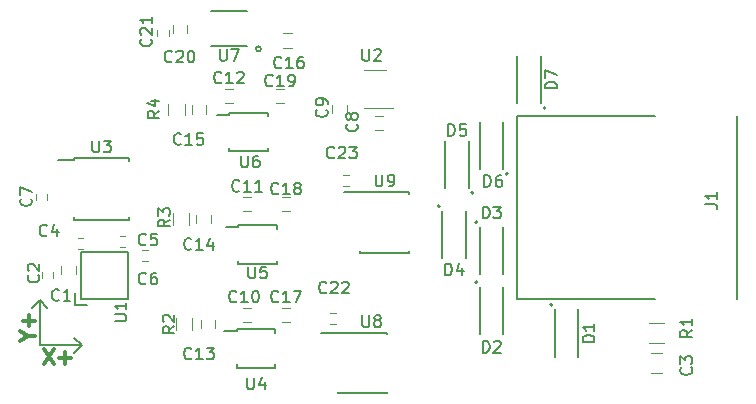
<source format=gbr>
G04 #@! TF.FileFunction,Legend,Top*
%FSLAX46Y46*%
G04 Gerber Fmt 4.6, Leading zero omitted, Abs format (unit mm)*
G04 Created by KiCad (PCBNEW 4.0.6) date 12/01/17 17:53:21*
%MOMM*%
%LPD*%
G01*
G04 APERTURE LIST*
%ADD10C,0.100000*%
%ADD11C,0.300000*%
%ADD12C,0.200000*%
%ADD13C,0.150000*%
%ADD14C,0.120000*%
G04 APERTURE END LIST*
D10*
D11*
X115031762Y-108228190D02*
X115636524Y-108228190D01*
X114366524Y-108651524D02*
X115031762Y-108228190D01*
X114366524Y-107804857D01*
X115152714Y-107381524D02*
X115152714Y-106413905D01*
X115636524Y-106897715D02*
X114668905Y-106897715D01*
X116392477Y-109286524D02*
X117239143Y-110556524D01*
X117239143Y-109286524D02*
X116392477Y-110556524D01*
X117722953Y-110072714D02*
X118690572Y-110072714D01*
X118206762Y-110556524D02*
X118206762Y-109588905D01*
D12*
X116078000Y-105156000D02*
X116713000Y-105791000D01*
X115443000Y-105791000D02*
X116078000Y-105156000D01*
X116078000Y-105156000D02*
X116078000Y-108966000D01*
X119634000Y-108966000D02*
X116078000Y-108966000D01*
X119634000Y-108966000D02*
X118999000Y-109601000D01*
X119634000Y-108966000D02*
X118999000Y-108331000D01*
D13*
X156484173Y-105093417D02*
X168164173Y-105093417D01*
X175084173Y-89593417D02*
X175084173Y-105093417D01*
X156484173Y-89593417D02*
X168164173Y-89593417D01*
X156484173Y-89593417D02*
X156484173Y-105093417D01*
D14*
X141135000Y-106210000D02*
X140635000Y-106210000D01*
X140635000Y-107150000D02*
X141135000Y-107150000D01*
D13*
X118960000Y-93133000D02*
X118960000Y-93258000D01*
X123610000Y-93133000D02*
X123610000Y-93358000D01*
X123610000Y-98383000D02*
X123610000Y-98158000D01*
X118960000Y-98383000D02*
X118960000Y-98158000D01*
X118960000Y-93133000D02*
X123610000Y-93133000D01*
X118960000Y-98383000D02*
X123610000Y-98383000D01*
X118960000Y-93258000D02*
X117610000Y-93258000D01*
D14*
X116675000Y-96643000D02*
X116675000Y-96143000D01*
X115735000Y-96143000D02*
X115735000Y-96643000D01*
X119091000Y-102278000D02*
X119091000Y-102978000D01*
X117891000Y-102978000D02*
X117891000Y-102278000D01*
X116243000Y-102747000D02*
X116243000Y-103247000D01*
X117183000Y-103247000D02*
X117183000Y-102747000D01*
X167775000Y-111340000D02*
X168775000Y-111340000D01*
X168775000Y-109640000D02*
X167775000Y-109640000D01*
X119257000Y-100800000D02*
X119757000Y-100800000D01*
X119757000Y-99860000D02*
X119257000Y-99860000D01*
X123313000Y-99733000D02*
X122813000Y-99733000D01*
X122813000Y-100673000D02*
X123313000Y-100673000D01*
X125218000Y-100876000D02*
X124718000Y-100876000D01*
X124718000Y-101816000D02*
X125218000Y-101816000D01*
X144430000Y-89570000D02*
X145130000Y-89570000D01*
X145130000Y-90770000D02*
X144430000Y-90770000D01*
X140836497Y-89325163D02*
X140836497Y-88625163D01*
X142036497Y-88625163D02*
X142036497Y-89325163D01*
X133966000Y-107026000D02*
X133266000Y-107026000D01*
X133266000Y-105826000D02*
X133966000Y-105826000D01*
X133954000Y-97628000D02*
X133254000Y-97628000D01*
X133254000Y-96428000D02*
X133954000Y-96428000D01*
X132430000Y-88484000D02*
X131730000Y-88484000D01*
X131730000Y-87284000D02*
X132430000Y-87284000D01*
X130902000Y-106850000D02*
X130902000Y-107550000D01*
X129702000Y-107550000D02*
X129702000Y-106850000D01*
X130521000Y-97948000D02*
X130521000Y-98648000D01*
X129321000Y-98648000D02*
X129321000Y-97948000D01*
X130140000Y-88677000D02*
X130140000Y-89377000D01*
X128940000Y-89377000D02*
X128940000Y-88677000D01*
X136683000Y-82585000D02*
X137383000Y-82585000D01*
X137383000Y-83785000D02*
X136683000Y-83785000D01*
X136556000Y-105826000D02*
X137256000Y-105826000D01*
X137256000Y-107026000D02*
X136556000Y-107026000D01*
X136556000Y-96428000D02*
X137256000Y-96428000D01*
X137256000Y-97628000D02*
X136556000Y-97628000D01*
X136060000Y-87284000D02*
X136760000Y-87284000D01*
X136760000Y-88484000D02*
X136060000Y-88484000D01*
X128552500Y-81831000D02*
X128552500Y-82531000D01*
X127352500Y-82531000D02*
X127352500Y-81831000D01*
X126022000Y-82300000D02*
X126022000Y-82800000D01*
X126962000Y-82800000D02*
X126962000Y-82300000D01*
X141736000Y-95466000D02*
X142236000Y-95466000D01*
X142236000Y-94526000D02*
X141736000Y-94526000D01*
D13*
X159455000Y-105550000D02*
G75*
G03X159455000Y-105550000I-100000J0D01*
G01*
X161655000Y-109950000D02*
X161655000Y-105950000D01*
X159655000Y-109950000D02*
X159655000Y-105950000D01*
X153105000Y-103645000D02*
G75*
G03X153105000Y-103645000I-100000J0D01*
G01*
X155305000Y-108045000D02*
X155305000Y-104045000D01*
X153305000Y-108045000D02*
X153305000Y-104045000D01*
X153105000Y-98565000D02*
G75*
G03X153105000Y-98565000I-100000J0D01*
G01*
X155305000Y-102965000D02*
X155305000Y-98965000D01*
X153305000Y-102965000D02*
X153305000Y-98965000D01*
X149930000Y-97221000D02*
G75*
G03X149930000Y-97221000I-100000J0D01*
G01*
X152130000Y-101621000D02*
X152130000Y-97621000D01*
X150130000Y-101621000D02*
X150130000Y-97621000D01*
X152784000Y-96073000D02*
G75*
G03X152784000Y-96073000I-100000J0D01*
G01*
X150384000Y-91673000D02*
X150384000Y-95673000D01*
X152384000Y-91673000D02*
X152384000Y-95673000D01*
X155705000Y-94475000D02*
G75*
G03X155705000Y-94475000I-100000J0D01*
G01*
X153305000Y-90075000D02*
X153305000Y-94075000D01*
X155305000Y-90075000D02*
X155305000Y-94075000D01*
X158880000Y-88887000D02*
G75*
G03X158880000Y-88887000I-100000J0D01*
G01*
X156480000Y-84487000D02*
X156480000Y-88487000D01*
X158480000Y-84487000D02*
X158480000Y-88487000D01*
D14*
X167675000Y-107070000D02*
X168875000Y-107070000D01*
X168875000Y-108830000D02*
X167675000Y-108830000D01*
X127590000Y-107700000D02*
X127590000Y-106700000D01*
X128950000Y-106700000D02*
X128950000Y-107700000D01*
X127336000Y-98798000D02*
X127336000Y-97798000D01*
X128696000Y-97798000D02*
X128696000Y-98798000D01*
X126955000Y-89527000D02*
X126955000Y-88527000D01*
X128315000Y-88527000D02*
X128315000Y-89527000D01*
D13*
X119065000Y-105583000D02*
X120065000Y-105583000D01*
X119065000Y-105583000D02*
X119065000Y-104583000D01*
X123565000Y-105083000D02*
X119565000Y-105083000D01*
X123565000Y-101083000D02*
X123565000Y-105083000D01*
X119565000Y-101083000D02*
X123565000Y-101083000D01*
X119565000Y-105083000D02*
X119565000Y-101083000D01*
D14*
X145351688Y-85692163D02*
X143551688Y-85692163D01*
X143551688Y-88912163D02*
X146001688Y-88912163D01*
D13*
X132760524Y-107633000D02*
X132760524Y-107808000D01*
X136010524Y-107633000D02*
X136010524Y-107908000D01*
X136010524Y-110883000D02*
X136010524Y-110608000D01*
X132760524Y-110883000D02*
X132760524Y-110608000D01*
X132760524Y-107633000D02*
X136010524Y-107633000D01*
X132760524Y-110883000D02*
X136010524Y-110883000D01*
X132760524Y-107808000D02*
X131685524Y-107808000D01*
X132868000Y-98832000D02*
X132868000Y-99007000D01*
X136118000Y-98832000D02*
X136118000Y-99107000D01*
X136118000Y-102082000D02*
X136118000Y-101807000D01*
X132868000Y-102082000D02*
X132868000Y-101807000D01*
X132868000Y-98832000D02*
X136118000Y-98832000D01*
X132868000Y-102082000D02*
X136118000Y-102082000D01*
X132868000Y-99007000D02*
X131793000Y-99007000D01*
X132106000Y-89307000D02*
X132106000Y-89482000D01*
X135356000Y-89307000D02*
X135356000Y-89582000D01*
X135356000Y-92557000D02*
X135356000Y-92282000D01*
X132106000Y-92557000D02*
X132106000Y-92282000D01*
X132106000Y-89307000D02*
X135356000Y-89307000D01*
X132106000Y-92557000D02*
X135356000Y-92557000D01*
X132106000Y-89482000D02*
X131031000Y-89482000D01*
X134786333Y-83882000D02*
G75*
G03X134786333Y-83882000I-216333J0D01*
G01*
X133580000Y-80642000D02*
X130580000Y-80642000D01*
X133580000Y-83642000D02*
X130580000Y-83642000D01*
X141275000Y-107915000D02*
X141275000Y-107965000D01*
X145425000Y-107915000D02*
X145425000Y-108060000D01*
X145425000Y-113065000D02*
X145425000Y-112920000D01*
X141275000Y-113065000D02*
X141275000Y-112920000D01*
X141275000Y-107915000D02*
X145425000Y-107915000D01*
X141275000Y-113065000D02*
X145425000Y-113065000D01*
X141275000Y-107965000D02*
X139875000Y-107965000D01*
X143188048Y-95997500D02*
X143188048Y-96047500D01*
X147338048Y-95997500D02*
X147338048Y-96142500D01*
X147338048Y-101147500D02*
X147338048Y-101002500D01*
X143188048Y-101147500D02*
X143188048Y-101002500D01*
X143188048Y-95997500D02*
X147338048Y-95997500D01*
X143188048Y-101147500D02*
X147338048Y-101147500D01*
X143188048Y-96047500D02*
X141788048Y-96047500D01*
X172416554Y-97041750D02*
X173130840Y-97041750D01*
X173273697Y-97089370D01*
X173368935Y-97184608D01*
X173416554Y-97327465D01*
X173416554Y-97422703D01*
X173416554Y-96041750D02*
X173416554Y-96613179D01*
X173416554Y-96327465D02*
X172416554Y-96327465D01*
X172559411Y-96422703D01*
X172654649Y-96517941D01*
X172702268Y-96613179D01*
X140327143Y-104497143D02*
X140279524Y-104544762D01*
X140136667Y-104592381D01*
X140041429Y-104592381D01*
X139898571Y-104544762D01*
X139803333Y-104449524D01*
X139755714Y-104354286D01*
X139708095Y-104163810D01*
X139708095Y-104020952D01*
X139755714Y-103830476D01*
X139803333Y-103735238D01*
X139898571Y-103640000D01*
X140041429Y-103592381D01*
X140136667Y-103592381D01*
X140279524Y-103640000D01*
X140327143Y-103687619D01*
X140708095Y-103687619D02*
X140755714Y-103640000D01*
X140850952Y-103592381D01*
X141089048Y-103592381D01*
X141184286Y-103640000D01*
X141231905Y-103687619D01*
X141279524Y-103782857D01*
X141279524Y-103878095D01*
X141231905Y-104020952D01*
X140660476Y-104592381D01*
X141279524Y-104592381D01*
X141660476Y-103687619D02*
X141708095Y-103640000D01*
X141803333Y-103592381D01*
X142041429Y-103592381D01*
X142136667Y-103640000D01*
X142184286Y-103687619D01*
X142231905Y-103782857D01*
X142231905Y-103878095D01*
X142184286Y-104020952D01*
X141612857Y-104592381D01*
X142231905Y-104592381D01*
X120523095Y-91660381D02*
X120523095Y-92469905D01*
X120570714Y-92565143D01*
X120618333Y-92612762D01*
X120713571Y-92660381D01*
X120904048Y-92660381D01*
X120999286Y-92612762D01*
X121046905Y-92565143D01*
X121094524Y-92469905D01*
X121094524Y-91660381D01*
X121475476Y-91660381D02*
X122094524Y-91660381D01*
X121761190Y-92041333D01*
X121904048Y-92041333D01*
X121999286Y-92088952D01*
X122046905Y-92136571D01*
X122094524Y-92231810D01*
X122094524Y-92469905D01*
X122046905Y-92565143D01*
X121999286Y-92612762D01*
X121904048Y-92660381D01*
X121618333Y-92660381D01*
X121523095Y-92612762D01*
X121475476Y-92565143D01*
X115292143Y-96559666D02*
X115339762Y-96607285D01*
X115387381Y-96750142D01*
X115387381Y-96845380D01*
X115339762Y-96988238D01*
X115244524Y-97083476D01*
X115149286Y-97131095D01*
X114958810Y-97178714D01*
X114815952Y-97178714D01*
X114625476Y-97131095D01*
X114530238Y-97083476D01*
X114435000Y-96988238D01*
X114387381Y-96845380D01*
X114387381Y-96750142D01*
X114435000Y-96607285D01*
X114482619Y-96559666D01*
X114387381Y-96226333D02*
X114387381Y-95559666D01*
X115387381Y-95988238D01*
X117689334Y-105132143D02*
X117641715Y-105179762D01*
X117498858Y-105227381D01*
X117403620Y-105227381D01*
X117260762Y-105179762D01*
X117165524Y-105084524D01*
X117117905Y-104989286D01*
X117070286Y-104798810D01*
X117070286Y-104655952D01*
X117117905Y-104465476D01*
X117165524Y-104370238D01*
X117260762Y-104275000D01*
X117403620Y-104227381D01*
X117498858Y-104227381D01*
X117641715Y-104275000D01*
X117689334Y-104322619D01*
X118641715Y-105227381D02*
X118070286Y-105227381D01*
X118356000Y-105227381D02*
X118356000Y-104227381D01*
X118260762Y-104370238D01*
X118165524Y-104465476D01*
X118070286Y-104513095D01*
X115927143Y-103036666D02*
X115974762Y-103084285D01*
X116022381Y-103227142D01*
X116022381Y-103322380D01*
X115974762Y-103465238D01*
X115879524Y-103560476D01*
X115784286Y-103608095D01*
X115593810Y-103655714D01*
X115450952Y-103655714D01*
X115260476Y-103608095D01*
X115165238Y-103560476D01*
X115070000Y-103465238D01*
X115022381Y-103322380D01*
X115022381Y-103227142D01*
X115070000Y-103084285D01*
X115117619Y-103036666D01*
X115117619Y-102655714D02*
X115070000Y-102608095D01*
X115022381Y-102512857D01*
X115022381Y-102274761D01*
X115070000Y-102179523D01*
X115117619Y-102131904D01*
X115212857Y-102084285D01*
X115308095Y-102084285D01*
X115450952Y-102131904D01*
X116022381Y-102703333D01*
X116022381Y-102084285D01*
X171197543Y-110859866D02*
X171245162Y-110907485D01*
X171292781Y-111050342D01*
X171292781Y-111145580D01*
X171245162Y-111288438D01*
X171149924Y-111383676D01*
X171054686Y-111431295D01*
X170864210Y-111478914D01*
X170721352Y-111478914D01*
X170530876Y-111431295D01*
X170435638Y-111383676D01*
X170340400Y-111288438D01*
X170292781Y-111145580D01*
X170292781Y-111050342D01*
X170340400Y-110907485D01*
X170388019Y-110859866D01*
X170292781Y-110526533D02*
X170292781Y-109907485D01*
X170673733Y-110240819D01*
X170673733Y-110097961D01*
X170721352Y-110002723D01*
X170768971Y-109955104D01*
X170864210Y-109907485D01*
X171102305Y-109907485D01*
X171197543Y-109955104D01*
X171245162Y-110002723D01*
X171292781Y-110097961D01*
X171292781Y-110383676D01*
X171245162Y-110478914D01*
X171197543Y-110526533D01*
X116673334Y-99671143D02*
X116625715Y-99718762D01*
X116482858Y-99766381D01*
X116387620Y-99766381D01*
X116244762Y-99718762D01*
X116149524Y-99623524D01*
X116101905Y-99528286D01*
X116054286Y-99337810D01*
X116054286Y-99194952D01*
X116101905Y-99004476D01*
X116149524Y-98909238D01*
X116244762Y-98814000D01*
X116387620Y-98766381D01*
X116482858Y-98766381D01*
X116625715Y-98814000D01*
X116673334Y-98861619D01*
X117530477Y-99099714D02*
X117530477Y-99766381D01*
X117292381Y-98718762D02*
X117054286Y-99433048D01*
X117673334Y-99433048D01*
X125055334Y-100433143D02*
X125007715Y-100480762D01*
X124864858Y-100528381D01*
X124769620Y-100528381D01*
X124626762Y-100480762D01*
X124531524Y-100385524D01*
X124483905Y-100290286D01*
X124436286Y-100099810D01*
X124436286Y-99956952D01*
X124483905Y-99766476D01*
X124531524Y-99671238D01*
X124626762Y-99576000D01*
X124769620Y-99528381D01*
X124864858Y-99528381D01*
X125007715Y-99576000D01*
X125055334Y-99623619D01*
X125960096Y-99528381D02*
X125483905Y-99528381D01*
X125436286Y-100004571D01*
X125483905Y-99956952D01*
X125579143Y-99909333D01*
X125817239Y-99909333D01*
X125912477Y-99956952D01*
X125960096Y-100004571D01*
X126007715Y-100099810D01*
X126007715Y-100337905D01*
X125960096Y-100433143D01*
X125912477Y-100480762D01*
X125817239Y-100528381D01*
X125579143Y-100528381D01*
X125483905Y-100480762D01*
X125436286Y-100433143D01*
X125055334Y-103735143D02*
X125007715Y-103782762D01*
X124864858Y-103830381D01*
X124769620Y-103830381D01*
X124626762Y-103782762D01*
X124531524Y-103687524D01*
X124483905Y-103592286D01*
X124436286Y-103401810D01*
X124436286Y-103258952D01*
X124483905Y-103068476D01*
X124531524Y-102973238D01*
X124626762Y-102878000D01*
X124769620Y-102830381D01*
X124864858Y-102830381D01*
X125007715Y-102878000D01*
X125055334Y-102925619D01*
X125912477Y-102830381D02*
X125722000Y-102830381D01*
X125626762Y-102878000D01*
X125579143Y-102925619D01*
X125483905Y-103068476D01*
X125436286Y-103258952D01*
X125436286Y-103639905D01*
X125483905Y-103735143D01*
X125531524Y-103782762D01*
X125626762Y-103830381D01*
X125817239Y-103830381D01*
X125912477Y-103782762D01*
X125960096Y-103735143D01*
X126007715Y-103639905D01*
X126007715Y-103401810D01*
X125960096Y-103306571D01*
X125912477Y-103258952D01*
X125817239Y-103211333D01*
X125626762Y-103211333D01*
X125531524Y-103258952D01*
X125483905Y-103306571D01*
X125436286Y-103401810D01*
X142887506Y-90263869D02*
X142935125Y-90311488D01*
X142982744Y-90454345D01*
X142982744Y-90549583D01*
X142935125Y-90692441D01*
X142839887Y-90787679D01*
X142744649Y-90835298D01*
X142554173Y-90882917D01*
X142411315Y-90882917D01*
X142220839Y-90835298D01*
X142125601Y-90787679D01*
X142030363Y-90692441D01*
X141982744Y-90549583D01*
X141982744Y-90454345D01*
X142030363Y-90311488D01*
X142077982Y-90263869D01*
X142411315Y-89692441D02*
X142363696Y-89787679D01*
X142316077Y-89835298D01*
X142220839Y-89882917D01*
X142173220Y-89882917D01*
X142077982Y-89835298D01*
X142030363Y-89787679D01*
X141982744Y-89692441D01*
X141982744Y-89501964D01*
X142030363Y-89406726D01*
X142077982Y-89359107D01*
X142173220Y-89311488D01*
X142220839Y-89311488D01*
X142316077Y-89359107D01*
X142363696Y-89406726D01*
X142411315Y-89501964D01*
X142411315Y-89692441D01*
X142458934Y-89787679D01*
X142506553Y-89835298D01*
X142601792Y-89882917D01*
X142792268Y-89882917D01*
X142887506Y-89835298D01*
X142935125Y-89787679D01*
X142982744Y-89692441D01*
X142982744Y-89501964D01*
X142935125Y-89406726D01*
X142887506Y-89359107D01*
X142792268Y-89311488D01*
X142601792Y-89311488D01*
X142506553Y-89359107D01*
X142458934Y-89406726D01*
X142411315Y-89501964D01*
X140333140Y-89026829D02*
X140380759Y-89074448D01*
X140428378Y-89217305D01*
X140428378Y-89312543D01*
X140380759Y-89455401D01*
X140285521Y-89550639D01*
X140190283Y-89598258D01*
X139999807Y-89645877D01*
X139856949Y-89645877D01*
X139666473Y-89598258D01*
X139571235Y-89550639D01*
X139475997Y-89455401D01*
X139428378Y-89312543D01*
X139428378Y-89217305D01*
X139475997Y-89074448D01*
X139523616Y-89026829D01*
X140428378Y-88550639D02*
X140428378Y-88360163D01*
X140380759Y-88264924D01*
X140333140Y-88217305D01*
X140190283Y-88122067D01*
X139999807Y-88074448D01*
X139618854Y-88074448D01*
X139523616Y-88122067D01*
X139475997Y-88169686D01*
X139428378Y-88264924D01*
X139428378Y-88455401D01*
X139475997Y-88550639D01*
X139523616Y-88598258D01*
X139618854Y-88645877D01*
X139856949Y-88645877D01*
X139952187Y-88598258D01*
X139999807Y-88550639D01*
X140047426Y-88455401D01*
X140047426Y-88264924D01*
X139999807Y-88169686D01*
X139952187Y-88122067D01*
X139856949Y-88074448D01*
X132707143Y-105259143D02*
X132659524Y-105306762D01*
X132516667Y-105354381D01*
X132421429Y-105354381D01*
X132278571Y-105306762D01*
X132183333Y-105211524D01*
X132135714Y-105116286D01*
X132088095Y-104925810D01*
X132088095Y-104782952D01*
X132135714Y-104592476D01*
X132183333Y-104497238D01*
X132278571Y-104402000D01*
X132421429Y-104354381D01*
X132516667Y-104354381D01*
X132659524Y-104402000D01*
X132707143Y-104449619D01*
X133659524Y-105354381D02*
X133088095Y-105354381D01*
X133373809Y-105354381D02*
X133373809Y-104354381D01*
X133278571Y-104497238D01*
X133183333Y-104592476D01*
X133088095Y-104640095D01*
X134278571Y-104354381D02*
X134373810Y-104354381D01*
X134469048Y-104402000D01*
X134516667Y-104449619D01*
X134564286Y-104544857D01*
X134611905Y-104735333D01*
X134611905Y-104973429D01*
X134564286Y-105163905D01*
X134516667Y-105259143D01*
X134469048Y-105306762D01*
X134373810Y-105354381D01*
X134278571Y-105354381D01*
X134183333Y-105306762D01*
X134135714Y-105259143D01*
X134088095Y-105163905D01*
X134040476Y-104973429D01*
X134040476Y-104735333D01*
X134088095Y-104544857D01*
X134135714Y-104449619D01*
X134183333Y-104402000D01*
X134278571Y-104354381D01*
X132961143Y-95885143D02*
X132913524Y-95932762D01*
X132770667Y-95980381D01*
X132675429Y-95980381D01*
X132532571Y-95932762D01*
X132437333Y-95837524D01*
X132389714Y-95742286D01*
X132342095Y-95551810D01*
X132342095Y-95408952D01*
X132389714Y-95218476D01*
X132437333Y-95123238D01*
X132532571Y-95028000D01*
X132675429Y-94980381D01*
X132770667Y-94980381D01*
X132913524Y-95028000D01*
X132961143Y-95075619D01*
X133913524Y-95980381D02*
X133342095Y-95980381D01*
X133627809Y-95980381D02*
X133627809Y-94980381D01*
X133532571Y-95123238D01*
X133437333Y-95218476D01*
X133342095Y-95266095D01*
X134865905Y-95980381D02*
X134294476Y-95980381D01*
X134580190Y-95980381D02*
X134580190Y-94980381D01*
X134484952Y-95123238D01*
X134389714Y-95218476D01*
X134294476Y-95266095D01*
X131437143Y-86717143D02*
X131389524Y-86764762D01*
X131246667Y-86812381D01*
X131151429Y-86812381D01*
X131008571Y-86764762D01*
X130913333Y-86669524D01*
X130865714Y-86574286D01*
X130818095Y-86383810D01*
X130818095Y-86240952D01*
X130865714Y-86050476D01*
X130913333Y-85955238D01*
X131008571Y-85860000D01*
X131151429Y-85812381D01*
X131246667Y-85812381D01*
X131389524Y-85860000D01*
X131437143Y-85907619D01*
X132389524Y-86812381D02*
X131818095Y-86812381D01*
X132103809Y-86812381D02*
X132103809Y-85812381D01*
X132008571Y-85955238D01*
X131913333Y-86050476D01*
X131818095Y-86098095D01*
X132770476Y-85907619D02*
X132818095Y-85860000D01*
X132913333Y-85812381D01*
X133151429Y-85812381D01*
X133246667Y-85860000D01*
X133294286Y-85907619D01*
X133341905Y-86002857D01*
X133341905Y-86098095D01*
X133294286Y-86240952D01*
X132722857Y-86812381D01*
X133341905Y-86812381D01*
X128897143Y-110085143D02*
X128849524Y-110132762D01*
X128706667Y-110180381D01*
X128611429Y-110180381D01*
X128468571Y-110132762D01*
X128373333Y-110037524D01*
X128325714Y-109942286D01*
X128278095Y-109751810D01*
X128278095Y-109608952D01*
X128325714Y-109418476D01*
X128373333Y-109323238D01*
X128468571Y-109228000D01*
X128611429Y-109180381D01*
X128706667Y-109180381D01*
X128849524Y-109228000D01*
X128897143Y-109275619D01*
X129849524Y-110180381D02*
X129278095Y-110180381D01*
X129563809Y-110180381D02*
X129563809Y-109180381D01*
X129468571Y-109323238D01*
X129373333Y-109418476D01*
X129278095Y-109466095D01*
X130182857Y-109180381D02*
X130801905Y-109180381D01*
X130468571Y-109561333D01*
X130611429Y-109561333D01*
X130706667Y-109608952D01*
X130754286Y-109656571D01*
X130801905Y-109751810D01*
X130801905Y-109989905D01*
X130754286Y-110085143D01*
X130706667Y-110132762D01*
X130611429Y-110180381D01*
X130325714Y-110180381D01*
X130230476Y-110132762D01*
X130182857Y-110085143D01*
X128897143Y-100814143D02*
X128849524Y-100861762D01*
X128706667Y-100909381D01*
X128611429Y-100909381D01*
X128468571Y-100861762D01*
X128373333Y-100766524D01*
X128325714Y-100671286D01*
X128278095Y-100480810D01*
X128278095Y-100337952D01*
X128325714Y-100147476D01*
X128373333Y-100052238D01*
X128468571Y-99957000D01*
X128611429Y-99909381D01*
X128706667Y-99909381D01*
X128849524Y-99957000D01*
X128897143Y-100004619D01*
X129849524Y-100909381D02*
X129278095Y-100909381D01*
X129563809Y-100909381D02*
X129563809Y-99909381D01*
X129468571Y-100052238D01*
X129373333Y-100147476D01*
X129278095Y-100195095D01*
X130706667Y-100242714D02*
X130706667Y-100909381D01*
X130468571Y-99861762D02*
X130230476Y-100576048D01*
X130849524Y-100576048D01*
X128008143Y-91924143D02*
X127960524Y-91971762D01*
X127817667Y-92019381D01*
X127722429Y-92019381D01*
X127579571Y-91971762D01*
X127484333Y-91876524D01*
X127436714Y-91781286D01*
X127389095Y-91590810D01*
X127389095Y-91447952D01*
X127436714Y-91257476D01*
X127484333Y-91162238D01*
X127579571Y-91067000D01*
X127722429Y-91019381D01*
X127817667Y-91019381D01*
X127960524Y-91067000D01*
X128008143Y-91114619D01*
X128960524Y-92019381D02*
X128389095Y-92019381D01*
X128674809Y-92019381D02*
X128674809Y-91019381D01*
X128579571Y-91162238D01*
X128484333Y-91257476D01*
X128389095Y-91305095D01*
X129865286Y-91019381D02*
X129389095Y-91019381D01*
X129341476Y-91495571D01*
X129389095Y-91447952D01*
X129484333Y-91400333D01*
X129722429Y-91400333D01*
X129817667Y-91447952D01*
X129865286Y-91495571D01*
X129912905Y-91590810D01*
X129912905Y-91828905D01*
X129865286Y-91924143D01*
X129817667Y-91971762D01*
X129722429Y-92019381D01*
X129484333Y-92019381D01*
X129389095Y-91971762D01*
X129341476Y-91924143D01*
X136517143Y-85447143D02*
X136469524Y-85494762D01*
X136326667Y-85542381D01*
X136231429Y-85542381D01*
X136088571Y-85494762D01*
X135993333Y-85399524D01*
X135945714Y-85304286D01*
X135898095Y-85113810D01*
X135898095Y-84970952D01*
X135945714Y-84780476D01*
X135993333Y-84685238D01*
X136088571Y-84590000D01*
X136231429Y-84542381D01*
X136326667Y-84542381D01*
X136469524Y-84590000D01*
X136517143Y-84637619D01*
X137469524Y-85542381D02*
X136898095Y-85542381D01*
X137183809Y-85542381D02*
X137183809Y-84542381D01*
X137088571Y-84685238D01*
X136993333Y-84780476D01*
X136898095Y-84828095D01*
X138326667Y-84542381D02*
X138136190Y-84542381D01*
X138040952Y-84590000D01*
X137993333Y-84637619D01*
X137898095Y-84780476D01*
X137850476Y-84970952D01*
X137850476Y-85351905D01*
X137898095Y-85447143D01*
X137945714Y-85494762D01*
X138040952Y-85542381D01*
X138231429Y-85542381D01*
X138326667Y-85494762D01*
X138374286Y-85447143D01*
X138421905Y-85351905D01*
X138421905Y-85113810D01*
X138374286Y-85018571D01*
X138326667Y-84970952D01*
X138231429Y-84923333D01*
X138040952Y-84923333D01*
X137945714Y-84970952D01*
X137898095Y-85018571D01*
X137850476Y-85113810D01*
X136263143Y-105259143D02*
X136215524Y-105306762D01*
X136072667Y-105354381D01*
X135977429Y-105354381D01*
X135834571Y-105306762D01*
X135739333Y-105211524D01*
X135691714Y-105116286D01*
X135644095Y-104925810D01*
X135644095Y-104782952D01*
X135691714Y-104592476D01*
X135739333Y-104497238D01*
X135834571Y-104402000D01*
X135977429Y-104354381D01*
X136072667Y-104354381D01*
X136215524Y-104402000D01*
X136263143Y-104449619D01*
X137215524Y-105354381D02*
X136644095Y-105354381D01*
X136929809Y-105354381D02*
X136929809Y-104354381D01*
X136834571Y-104497238D01*
X136739333Y-104592476D01*
X136644095Y-104640095D01*
X137548857Y-104354381D02*
X138215524Y-104354381D01*
X137786952Y-105354381D01*
X136263143Y-96115143D02*
X136215524Y-96162762D01*
X136072667Y-96210381D01*
X135977429Y-96210381D01*
X135834571Y-96162762D01*
X135739333Y-96067524D01*
X135691714Y-95972286D01*
X135644095Y-95781810D01*
X135644095Y-95638952D01*
X135691714Y-95448476D01*
X135739333Y-95353238D01*
X135834571Y-95258000D01*
X135977429Y-95210381D01*
X136072667Y-95210381D01*
X136215524Y-95258000D01*
X136263143Y-95305619D01*
X137215524Y-96210381D02*
X136644095Y-96210381D01*
X136929809Y-96210381D02*
X136929809Y-95210381D01*
X136834571Y-95353238D01*
X136739333Y-95448476D01*
X136644095Y-95496095D01*
X137786952Y-95638952D02*
X137691714Y-95591333D01*
X137644095Y-95543714D01*
X137596476Y-95448476D01*
X137596476Y-95400857D01*
X137644095Y-95305619D01*
X137691714Y-95258000D01*
X137786952Y-95210381D01*
X137977429Y-95210381D01*
X138072667Y-95258000D01*
X138120286Y-95305619D01*
X138167905Y-95400857D01*
X138167905Y-95448476D01*
X138120286Y-95543714D01*
X138072667Y-95591333D01*
X137977429Y-95638952D01*
X137786952Y-95638952D01*
X137691714Y-95686571D01*
X137644095Y-95734190D01*
X137596476Y-95829429D01*
X137596476Y-96019905D01*
X137644095Y-96115143D01*
X137691714Y-96162762D01*
X137786952Y-96210381D01*
X137977429Y-96210381D01*
X138072667Y-96162762D01*
X138120286Y-96115143D01*
X138167905Y-96019905D01*
X138167905Y-95829429D01*
X138120286Y-95734190D01*
X138072667Y-95686571D01*
X137977429Y-95638952D01*
X135767143Y-86971143D02*
X135719524Y-87018762D01*
X135576667Y-87066381D01*
X135481429Y-87066381D01*
X135338571Y-87018762D01*
X135243333Y-86923524D01*
X135195714Y-86828286D01*
X135148095Y-86637810D01*
X135148095Y-86494952D01*
X135195714Y-86304476D01*
X135243333Y-86209238D01*
X135338571Y-86114000D01*
X135481429Y-86066381D01*
X135576667Y-86066381D01*
X135719524Y-86114000D01*
X135767143Y-86161619D01*
X136719524Y-87066381D02*
X136148095Y-87066381D01*
X136433809Y-87066381D02*
X136433809Y-86066381D01*
X136338571Y-86209238D01*
X136243333Y-86304476D01*
X136148095Y-86352095D01*
X137195714Y-87066381D02*
X137386190Y-87066381D01*
X137481429Y-87018762D01*
X137529048Y-86971143D01*
X137624286Y-86828286D01*
X137671905Y-86637810D01*
X137671905Y-86256857D01*
X137624286Y-86161619D01*
X137576667Y-86114000D01*
X137481429Y-86066381D01*
X137290952Y-86066381D01*
X137195714Y-86114000D01*
X137148095Y-86161619D01*
X137100476Y-86256857D01*
X137100476Y-86494952D01*
X137148095Y-86590190D01*
X137195714Y-86637810D01*
X137290952Y-86685429D01*
X137481429Y-86685429D01*
X137576667Y-86637810D01*
X137624286Y-86590190D01*
X137671905Y-86494952D01*
X127246143Y-84939143D02*
X127198524Y-84986762D01*
X127055667Y-85034381D01*
X126960429Y-85034381D01*
X126817571Y-84986762D01*
X126722333Y-84891524D01*
X126674714Y-84796286D01*
X126627095Y-84605810D01*
X126627095Y-84462952D01*
X126674714Y-84272476D01*
X126722333Y-84177238D01*
X126817571Y-84082000D01*
X126960429Y-84034381D01*
X127055667Y-84034381D01*
X127198524Y-84082000D01*
X127246143Y-84129619D01*
X127627095Y-84129619D02*
X127674714Y-84082000D01*
X127769952Y-84034381D01*
X128008048Y-84034381D01*
X128103286Y-84082000D01*
X128150905Y-84129619D01*
X128198524Y-84224857D01*
X128198524Y-84320095D01*
X128150905Y-84462952D01*
X127579476Y-85034381D01*
X128198524Y-85034381D01*
X128817571Y-84034381D02*
X128912810Y-84034381D01*
X129008048Y-84082000D01*
X129055667Y-84129619D01*
X129103286Y-84224857D01*
X129150905Y-84415333D01*
X129150905Y-84653429D01*
X129103286Y-84843905D01*
X129055667Y-84939143D01*
X129008048Y-84986762D01*
X128912810Y-85034381D01*
X128817571Y-85034381D01*
X128722333Y-84986762D01*
X128674714Y-84939143D01*
X128627095Y-84843905D01*
X128579476Y-84653429D01*
X128579476Y-84415333D01*
X128627095Y-84224857D01*
X128674714Y-84129619D01*
X128722333Y-84082000D01*
X128817571Y-84034381D01*
X125452143Y-83065857D02*
X125499762Y-83113476D01*
X125547381Y-83256333D01*
X125547381Y-83351571D01*
X125499762Y-83494429D01*
X125404524Y-83589667D01*
X125309286Y-83637286D01*
X125118810Y-83684905D01*
X124975952Y-83684905D01*
X124785476Y-83637286D01*
X124690238Y-83589667D01*
X124595000Y-83494429D01*
X124547381Y-83351571D01*
X124547381Y-83256333D01*
X124595000Y-83113476D01*
X124642619Y-83065857D01*
X124642619Y-82684905D02*
X124595000Y-82637286D01*
X124547381Y-82542048D01*
X124547381Y-82303952D01*
X124595000Y-82208714D01*
X124642619Y-82161095D01*
X124737857Y-82113476D01*
X124833095Y-82113476D01*
X124975952Y-82161095D01*
X125547381Y-82732524D01*
X125547381Y-82113476D01*
X125547381Y-81161095D02*
X125547381Y-81732524D01*
X125547381Y-81446810D02*
X124547381Y-81446810D01*
X124690238Y-81542048D01*
X124785476Y-81637286D01*
X124833095Y-81732524D01*
X140983643Y-93067143D02*
X140936024Y-93114762D01*
X140793167Y-93162381D01*
X140697929Y-93162381D01*
X140555071Y-93114762D01*
X140459833Y-93019524D01*
X140412214Y-92924286D01*
X140364595Y-92733810D01*
X140364595Y-92590952D01*
X140412214Y-92400476D01*
X140459833Y-92305238D01*
X140555071Y-92210000D01*
X140697929Y-92162381D01*
X140793167Y-92162381D01*
X140936024Y-92210000D01*
X140983643Y-92257619D01*
X141364595Y-92257619D02*
X141412214Y-92210000D01*
X141507452Y-92162381D01*
X141745548Y-92162381D01*
X141840786Y-92210000D01*
X141888405Y-92257619D01*
X141936024Y-92352857D01*
X141936024Y-92448095D01*
X141888405Y-92590952D01*
X141316976Y-93162381D01*
X141936024Y-93162381D01*
X142269357Y-92162381D02*
X142888405Y-92162381D01*
X142555071Y-92543333D01*
X142697929Y-92543333D01*
X142793167Y-92590952D01*
X142840786Y-92638571D01*
X142888405Y-92733810D01*
X142888405Y-92971905D01*
X142840786Y-93067143D01*
X142793167Y-93114762D01*
X142697929Y-93162381D01*
X142412214Y-93162381D01*
X142316976Y-93114762D01*
X142269357Y-93067143D01*
X163012381Y-108688095D02*
X162012381Y-108688095D01*
X162012381Y-108450000D01*
X162060000Y-108307142D01*
X162155238Y-108211904D01*
X162250476Y-108164285D01*
X162440952Y-108116666D01*
X162583810Y-108116666D01*
X162774286Y-108164285D01*
X162869524Y-108211904D01*
X162964762Y-108307142D01*
X163012381Y-108450000D01*
X163012381Y-108688095D01*
X163012381Y-107164285D02*
X163012381Y-107735714D01*
X163012381Y-107450000D02*
X162012381Y-107450000D01*
X162155238Y-107545238D01*
X162250476Y-107640476D01*
X162298095Y-107735714D01*
X153566905Y-109598381D02*
X153566905Y-108598381D01*
X153805000Y-108598381D01*
X153947858Y-108646000D01*
X154043096Y-108741238D01*
X154090715Y-108836476D01*
X154138334Y-109026952D01*
X154138334Y-109169810D01*
X154090715Y-109360286D01*
X154043096Y-109455524D01*
X153947858Y-109550762D01*
X153805000Y-109598381D01*
X153566905Y-109598381D01*
X154519286Y-108693619D02*
X154566905Y-108646000D01*
X154662143Y-108598381D01*
X154900239Y-108598381D01*
X154995477Y-108646000D01*
X155043096Y-108693619D01*
X155090715Y-108788857D01*
X155090715Y-108884095D01*
X155043096Y-109026952D01*
X154471667Y-109598381D01*
X155090715Y-109598381D01*
X153566905Y-98242381D02*
X153566905Y-97242381D01*
X153805000Y-97242381D01*
X153947858Y-97290000D01*
X154043096Y-97385238D01*
X154090715Y-97480476D01*
X154138334Y-97670952D01*
X154138334Y-97813810D01*
X154090715Y-98004286D01*
X154043096Y-98099524D01*
X153947858Y-98194762D01*
X153805000Y-98242381D01*
X153566905Y-98242381D01*
X154471667Y-97242381D02*
X155090715Y-97242381D01*
X154757381Y-97623333D01*
X154900239Y-97623333D01*
X154995477Y-97670952D01*
X155043096Y-97718571D01*
X155090715Y-97813810D01*
X155090715Y-98051905D01*
X155043096Y-98147143D01*
X154995477Y-98194762D01*
X154900239Y-98242381D01*
X154614524Y-98242381D01*
X154519286Y-98194762D01*
X154471667Y-98147143D01*
X150391905Y-103068381D02*
X150391905Y-102068381D01*
X150630000Y-102068381D01*
X150772858Y-102116000D01*
X150868096Y-102211238D01*
X150915715Y-102306476D01*
X150963334Y-102496952D01*
X150963334Y-102639810D01*
X150915715Y-102830286D01*
X150868096Y-102925524D01*
X150772858Y-103020762D01*
X150630000Y-103068381D01*
X150391905Y-103068381D01*
X151820477Y-102401714D02*
X151820477Y-103068381D01*
X151582381Y-102020762D02*
X151344286Y-102735048D01*
X151963334Y-102735048D01*
X150645905Y-91257381D02*
X150645905Y-90257381D01*
X150884000Y-90257381D01*
X151026858Y-90305000D01*
X151122096Y-90400238D01*
X151169715Y-90495476D01*
X151217334Y-90685952D01*
X151217334Y-90828810D01*
X151169715Y-91019286D01*
X151122096Y-91114524D01*
X151026858Y-91209762D01*
X150884000Y-91257381D01*
X150645905Y-91257381D01*
X152122096Y-90257381D02*
X151645905Y-90257381D01*
X151598286Y-90733571D01*
X151645905Y-90685952D01*
X151741143Y-90638333D01*
X151979239Y-90638333D01*
X152074477Y-90685952D01*
X152122096Y-90733571D01*
X152169715Y-90828810D01*
X152169715Y-91066905D01*
X152122096Y-91162143D01*
X152074477Y-91209762D01*
X151979239Y-91257381D01*
X151741143Y-91257381D01*
X151645905Y-91209762D01*
X151598286Y-91162143D01*
X153693905Y-95575381D02*
X153693905Y-94575381D01*
X153932000Y-94575381D01*
X154074858Y-94623000D01*
X154170096Y-94718238D01*
X154217715Y-94813476D01*
X154265334Y-95003952D01*
X154265334Y-95146810D01*
X154217715Y-95337286D01*
X154170096Y-95432524D01*
X154074858Y-95527762D01*
X153932000Y-95575381D01*
X153693905Y-95575381D01*
X155122477Y-94575381D02*
X154932000Y-94575381D01*
X154836762Y-94623000D01*
X154789143Y-94670619D01*
X154693905Y-94813476D01*
X154646286Y-95003952D01*
X154646286Y-95384905D01*
X154693905Y-95480143D01*
X154741524Y-95527762D01*
X154836762Y-95575381D01*
X155027239Y-95575381D01*
X155122477Y-95527762D01*
X155170096Y-95480143D01*
X155217715Y-95384905D01*
X155217715Y-95146810D01*
X155170096Y-95051571D01*
X155122477Y-95003952D01*
X155027239Y-94956333D01*
X154836762Y-94956333D01*
X154741524Y-95003952D01*
X154693905Y-95051571D01*
X154646286Y-95146810D01*
X159837381Y-87225095D02*
X158837381Y-87225095D01*
X158837381Y-86987000D01*
X158885000Y-86844142D01*
X158980238Y-86748904D01*
X159075476Y-86701285D01*
X159265952Y-86653666D01*
X159408810Y-86653666D01*
X159599286Y-86701285D01*
X159694524Y-86748904D01*
X159789762Y-86844142D01*
X159837381Y-86987000D01*
X159837381Y-87225095D01*
X158837381Y-86320333D02*
X158837381Y-85653666D01*
X159837381Y-86082238D01*
X171292781Y-107684866D02*
X170816590Y-108018200D01*
X171292781Y-108256295D02*
X170292781Y-108256295D01*
X170292781Y-107875342D01*
X170340400Y-107780104D01*
X170388019Y-107732485D01*
X170483257Y-107684866D01*
X170626114Y-107684866D01*
X170721352Y-107732485D01*
X170768971Y-107780104D01*
X170816590Y-107875342D01*
X170816590Y-108256295D01*
X171292781Y-106732485D02*
X171292781Y-107303914D01*
X171292781Y-107018200D02*
X170292781Y-107018200D01*
X170435638Y-107113438D01*
X170530876Y-107208676D01*
X170578495Y-107303914D01*
X127452381Y-107354666D02*
X126976190Y-107688000D01*
X127452381Y-107926095D02*
X126452381Y-107926095D01*
X126452381Y-107545142D01*
X126500000Y-107449904D01*
X126547619Y-107402285D01*
X126642857Y-107354666D01*
X126785714Y-107354666D01*
X126880952Y-107402285D01*
X126928571Y-107449904D01*
X126976190Y-107545142D01*
X126976190Y-107926095D01*
X126547619Y-106973714D02*
X126500000Y-106926095D01*
X126452381Y-106830857D01*
X126452381Y-106592761D01*
X126500000Y-106497523D01*
X126547619Y-106449904D01*
X126642857Y-106402285D01*
X126738095Y-106402285D01*
X126880952Y-106449904D01*
X127452381Y-107021333D01*
X127452381Y-106402285D01*
X127071381Y-98337666D02*
X126595190Y-98671000D01*
X127071381Y-98909095D02*
X126071381Y-98909095D01*
X126071381Y-98528142D01*
X126119000Y-98432904D01*
X126166619Y-98385285D01*
X126261857Y-98337666D01*
X126404714Y-98337666D01*
X126499952Y-98385285D01*
X126547571Y-98432904D01*
X126595190Y-98528142D01*
X126595190Y-98909095D01*
X126071381Y-98004333D02*
X126071381Y-97385285D01*
X126452333Y-97718619D01*
X126452333Y-97575761D01*
X126499952Y-97480523D01*
X126547571Y-97432904D01*
X126642810Y-97385285D01*
X126880905Y-97385285D01*
X126976143Y-97432904D01*
X127023762Y-97480523D01*
X127071381Y-97575761D01*
X127071381Y-97861476D01*
X127023762Y-97956714D01*
X126976143Y-98004333D01*
X126182381Y-89130166D02*
X125706190Y-89463500D01*
X126182381Y-89701595D02*
X125182381Y-89701595D01*
X125182381Y-89320642D01*
X125230000Y-89225404D01*
X125277619Y-89177785D01*
X125372857Y-89130166D01*
X125515714Y-89130166D01*
X125610952Y-89177785D01*
X125658571Y-89225404D01*
X125706190Y-89320642D01*
X125706190Y-89701595D01*
X125515714Y-88273023D02*
X126182381Y-88273023D01*
X125134762Y-88511119D02*
X125849048Y-88749214D01*
X125849048Y-88130166D01*
X122388381Y-106933905D02*
X123197905Y-106933905D01*
X123293143Y-106886286D01*
X123340762Y-106838667D01*
X123388381Y-106743429D01*
X123388381Y-106552952D01*
X123340762Y-106457714D01*
X123293143Y-106410095D01*
X123197905Y-106362476D01*
X122388381Y-106362476D01*
X123388381Y-105362476D02*
X123388381Y-105933905D01*
X123388381Y-105648191D02*
X122388381Y-105648191D01*
X122531238Y-105743429D01*
X122626476Y-105838667D01*
X122674095Y-105933905D01*
X143383095Y-83907381D02*
X143383095Y-84716905D01*
X143430714Y-84812143D01*
X143478333Y-84859762D01*
X143573571Y-84907381D01*
X143764048Y-84907381D01*
X143859286Y-84859762D01*
X143906905Y-84812143D01*
X143954524Y-84716905D01*
X143954524Y-83907381D01*
X144383095Y-84002619D02*
X144430714Y-83955000D01*
X144525952Y-83907381D01*
X144764048Y-83907381D01*
X144859286Y-83955000D01*
X144906905Y-84002619D01*
X144954524Y-84097857D01*
X144954524Y-84193095D01*
X144906905Y-84335952D01*
X144335476Y-84907381D01*
X144954524Y-84907381D01*
X133623619Y-111720381D02*
X133623619Y-112529905D01*
X133671238Y-112625143D01*
X133718857Y-112672762D01*
X133814095Y-112720381D01*
X134004572Y-112720381D01*
X134099810Y-112672762D01*
X134147429Y-112625143D01*
X134195048Y-112529905D01*
X134195048Y-111720381D01*
X135099810Y-112053714D02*
X135099810Y-112720381D01*
X134861714Y-111672762D02*
X134623619Y-112387048D01*
X135242667Y-112387048D01*
X133731095Y-102322381D02*
X133731095Y-103131905D01*
X133778714Y-103227143D01*
X133826333Y-103274762D01*
X133921571Y-103322381D01*
X134112048Y-103322381D01*
X134207286Y-103274762D01*
X134254905Y-103227143D01*
X134302524Y-103131905D01*
X134302524Y-102322381D01*
X135254905Y-102322381D02*
X134778714Y-102322381D01*
X134731095Y-102798571D01*
X134778714Y-102750952D01*
X134873952Y-102703333D01*
X135112048Y-102703333D01*
X135207286Y-102750952D01*
X135254905Y-102798571D01*
X135302524Y-102893810D01*
X135302524Y-103131905D01*
X135254905Y-103227143D01*
X135207286Y-103274762D01*
X135112048Y-103322381D01*
X134873952Y-103322381D01*
X134778714Y-103274762D01*
X134731095Y-103227143D01*
X133096095Y-92924381D02*
X133096095Y-93733905D01*
X133143714Y-93829143D01*
X133191333Y-93876762D01*
X133286571Y-93924381D01*
X133477048Y-93924381D01*
X133572286Y-93876762D01*
X133619905Y-93829143D01*
X133667524Y-93733905D01*
X133667524Y-92924381D01*
X134572286Y-92924381D02*
X134381809Y-92924381D01*
X134286571Y-92972000D01*
X134238952Y-93019619D01*
X134143714Y-93162476D01*
X134096095Y-93352952D01*
X134096095Y-93733905D01*
X134143714Y-93829143D01*
X134191333Y-93876762D01*
X134286571Y-93924381D01*
X134477048Y-93924381D01*
X134572286Y-93876762D01*
X134619905Y-93829143D01*
X134667524Y-93733905D01*
X134667524Y-93495810D01*
X134619905Y-93400571D01*
X134572286Y-93352952D01*
X134477048Y-93305333D01*
X134286571Y-93305333D01*
X134191333Y-93352952D01*
X134143714Y-93400571D01*
X134096095Y-93495810D01*
X131318095Y-83907381D02*
X131318095Y-84716905D01*
X131365714Y-84812143D01*
X131413333Y-84859762D01*
X131508571Y-84907381D01*
X131699048Y-84907381D01*
X131794286Y-84859762D01*
X131841905Y-84812143D01*
X131889524Y-84716905D01*
X131889524Y-83907381D01*
X132270476Y-83907381D02*
X132937143Y-83907381D01*
X132508571Y-84907381D01*
X143383095Y-106442181D02*
X143383095Y-107251705D01*
X143430714Y-107346943D01*
X143478333Y-107394562D01*
X143573571Y-107442181D01*
X143764048Y-107442181D01*
X143859286Y-107394562D01*
X143906905Y-107346943D01*
X143954524Y-107251705D01*
X143954524Y-106442181D01*
X144573571Y-106870752D02*
X144478333Y-106823133D01*
X144430714Y-106775514D01*
X144383095Y-106680276D01*
X144383095Y-106632657D01*
X144430714Y-106537419D01*
X144478333Y-106489800D01*
X144573571Y-106442181D01*
X144764048Y-106442181D01*
X144859286Y-106489800D01*
X144906905Y-106537419D01*
X144954524Y-106632657D01*
X144954524Y-106680276D01*
X144906905Y-106775514D01*
X144859286Y-106823133D01*
X144764048Y-106870752D01*
X144573571Y-106870752D01*
X144478333Y-106918371D01*
X144430714Y-106965990D01*
X144383095Y-107061229D01*
X144383095Y-107251705D01*
X144430714Y-107346943D01*
X144478333Y-107394562D01*
X144573571Y-107442181D01*
X144764048Y-107442181D01*
X144859286Y-107394562D01*
X144906905Y-107346943D01*
X144954524Y-107251705D01*
X144954524Y-107061229D01*
X144906905Y-106965990D01*
X144859286Y-106918371D01*
X144764048Y-106870752D01*
X144501143Y-94524881D02*
X144501143Y-95334405D01*
X144548762Y-95429643D01*
X144596381Y-95477262D01*
X144691619Y-95524881D01*
X144882096Y-95524881D01*
X144977334Y-95477262D01*
X145024953Y-95429643D01*
X145072572Y-95334405D01*
X145072572Y-94524881D01*
X145596381Y-95524881D02*
X145786857Y-95524881D01*
X145882096Y-95477262D01*
X145929715Y-95429643D01*
X146024953Y-95286786D01*
X146072572Y-95096310D01*
X146072572Y-94715357D01*
X146024953Y-94620119D01*
X145977334Y-94572500D01*
X145882096Y-94524881D01*
X145691619Y-94524881D01*
X145596381Y-94572500D01*
X145548762Y-94620119D01*
X145501143Y-94715357D01*
X145501143Y-94953452D01*
X145548762Y-95048690D01*
X145596381Y-95096310D01*
X145691619Y-95143929D01*
X145882096Y-95143929D01*
X145977334Y-95096310D01*
X146024953Y-95048690D01*
X146072572Y-94953452D01*
M02*

</source>
